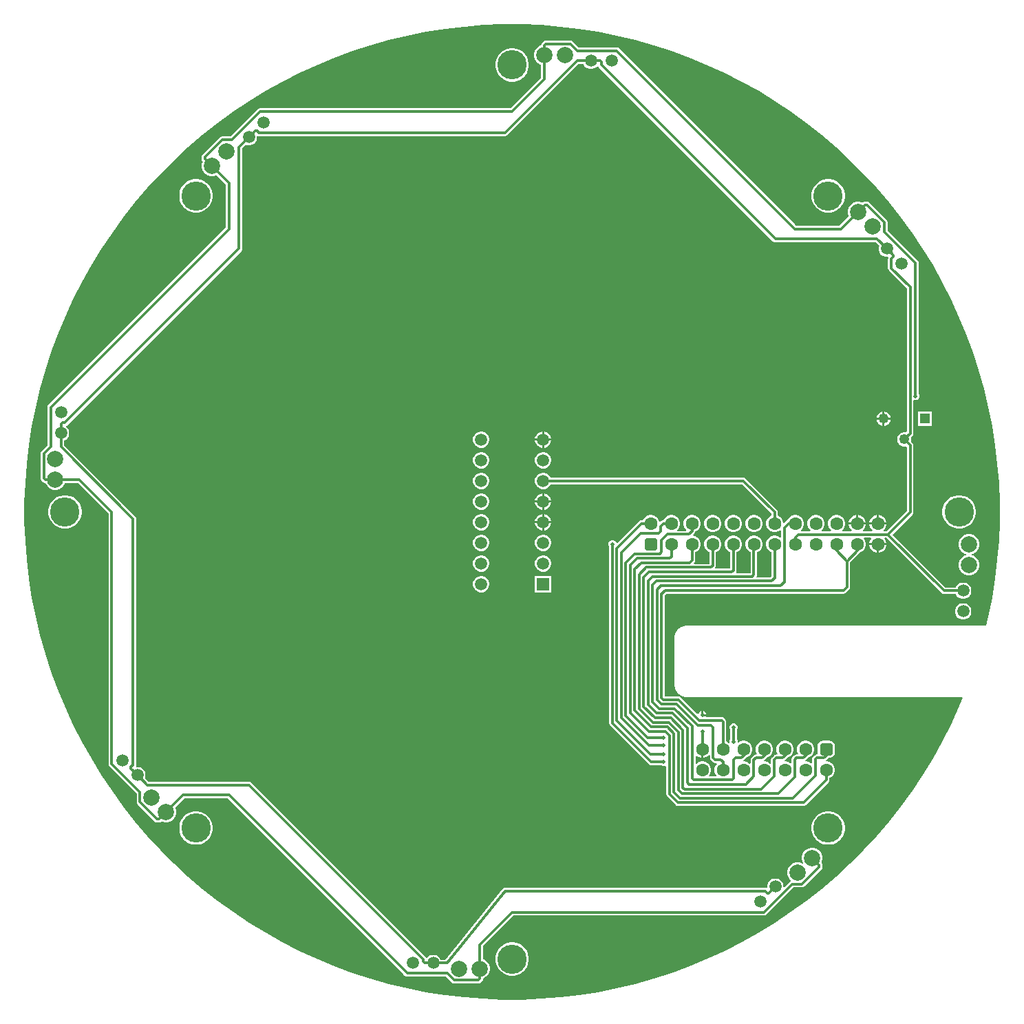
<source format=gbl>
G04*
G04 #@! TF.GenerationSoftware,Altium Limited,Altium Designer,24.7.2 (38)*
G04*
G04 Layer_Physical_Order=2*
G04 Layer_Color=16711680*
%FSLAX44Y44*%
%MOMM*%
G71*
G04*
G04 #@! TF.SameCoordinates,368DA5F4-0558-4B36-8F9D-AB2494F627D1*
G04*
G04*
G04 #@! TF.FilePolarity,Positive*
G04*
G01*
G75*
%ADD25C,2.0000*%
%ADD33C,0.3000*%
%ADD34C,1.5000*%
%ADD35C,3.6000*%
G04:AMPARAMS|DCode=36|XSize=1.6mm|YSize=1.6mm|CornerRadius=0.4mm|HoleSize=0mm|Usage=FLASHONLY|Rotation=180.000|XOffset=0mm|YOffset=0mm|HoleType=Round|Shape=RoundedRectangle|*
%AMROUNDEDRECTD36*
21,1,1.6000,0.8000,0,0,180.0*
21,1,0.8000,1.6000,0,0,180.0*
1,1,0.8000,-0.4000,0.4000*
1,1,0.8000,0.4000,0.4000*
1,1,0.8000,0.4000,-0.4000*
1,1,0.8000,-0.4000,-0.4000*
%
%ADD36ROUNDEDRECTD36*%
%ADD37C,1.6000*%
%ADD38C,1.2500*%
%ADD39R,1.2500X1.2500*%
%ADD40R,1.5000X1.5000*%
%ADD41C,0.5000*%
G36*
X35329Y599075D02*
X58822Y597226D01*
X82223Y594456D01*
X105498Y590770D01*
X128610Y586172D01*
X151524Y580671D01*
X174204Y574275D01*
X196616Y566993D01*
X218724Y558837D01*
X240496Y549819D01*
X261896Y539953D01*
X282893Y529255D01*
X303453Y517740D01*
X323545Y505428D01*
X343139Y492336D01*
X362203Y478485D01*
X380709Y463896D01*
X398628Y448591D01*
X415933Y432596D01*
X432596Y415933D01*
X448591Y398628D01*
X463896Y380709D01*
X478485Y362203D01*
X492336Y343139D01*
X505428Y323545D01*
X517740Y303453D01*
X529255Y282893D01*
X539953Y261896D01*
X549819Y240496D01*
X558837Y218724D01*
X566993Y196616D01*
X574275Y174204D01*
X580671Y151524D01*
X586172Y128610D01*
X590770Y105498D01*
X594456Y82223D01*
X597226Y58822D01*
X599075Y35329D01*
X600000Y11782D01*
Y-0D01*
Y-11782D01*
X599075Y-35329D01*
X597226Y-58822D01*
X594456Y-82223D01*
X590770Y-105498D01*
X586172Y-128610D01*
X583450Y-139951D01*
X215000Y-139951D01*
X215000Y-139951D01*
X213769D01*
X213523Y-140000D01*
X213272D01*
X210856Y-140480D01*
X210625Y-140577D01*
X210378Y-140626D01*
X208103Y-141568D01*
X207895Y-141707D01*
X207663Y-141803D01*
X205615Y-143171D01*
X205438Y-143349D01*
X205229Y-143488D01*
X204359Y-144359D01*
X204359Y-144359D01*
X203478Y-145240D01*
X203338Y-145449D01*
X203161Y-145626D01*
X201776Y-147698D01*
X201680Y-147930D01*
X201541Y-148139D01*
X200587Y-150441D01*
X200538Y-150687D01*
X200442Y-150919D01*
X199956Y-153363D01*
Y-153614D01*
X199907Y-153860D01*
Y-155106D01*
Y-212394D01*
Y-213578D01*
X199956Y-213824D01*
Y-214075D01*
X200418Y-216397D01*
X200514Y-216629D01*
X200563Y-216875D01*
X201469Y-219062D01*
X201608Y-219271D01*
X201705Y-219503D01*
X203020Y-221471D01*
X203197Y-221649D01*
X203337Y-221857D01*
X204806Y-223326D01*
X204806Y-223326D01*
X205632Y-224153D01*
X205841Y-224292D01*
X206018Y-224470D01*
X207962Y-225769D01*
X208194Y-225865D01*
X208403Y-226004D01*
X210563Y-226899D01*
X210809Y-226948D01*
X211041Y-227044D01*
X213334Y-227500D01*
X213585D01*
X213831Y-227549D01*
X215000D01*
X554038Y-227549D01*
X554744Y-228605D01*
X549819Y-240496D01*
X539953Y-261896D01*
X529255Y-282893D01*
X517740Y-303453D01*
X505428Y-323545D01*
X492336Y-343139D01*
X478485Y-362203D01*
X463896Y-380709D01*
X448591Y-398628D01*
X432595Y-415933D01*
X415933Y-432596D01*
X398628Y-448591D01*
X380709Y-463896D01*
X362203Y-478485D01*
X343139Y-492336D01*
X323545Y-505428D01*
X303453Y-517740D01*
X282892Y-529255D01*
X261896Y-539953D01*
X240496Y-549819D01*
X218724Y-558837D01*
X196616Y-566993D01*
X174204Y-574275D01*
X151524Y-580671D01*
X128610Y-586172D01*
X105498Y-590770D01*
X82223Y-594456D01*
X58822Y-597226D01*
X35329Y-599075D01*
X11782Y-600000D01*
X-0D01*
X-11783Y-600000D01*
X-35329Y-599075D01*
X-58822Y-597226D01*
X-82223Y-594456D01*
X-105498Y-590770D01*
X-128610Y-586172D01*
X-151524Y-580671D01*
X-174205Y-574275D01*
X-196616Y-566993D01*
X-218724Y-558837D01*
X-240496Y-549819D01*
X-261896Y-539953D01*
X-282893Y-529255D01*
X-303453Y-517741D01*
X-323545Y-505428D01*
X-343139Y-492336D01*
X-362203Y-478485D01*
X-380709Y-463896D01*
X-398628Y-448591D01*
X-415933Y-432596D01*
X-432596Y-415933D01*
X-448591Y-398628D01*
X-463896Y-380709D01*
X-478485Y-362203D01*
X-492336Y-343139D01*
X-505428Y-323545D01*
X-517740Y-303453D01*
X-529255Y-282893D01*
X-539953Y-261896D01*
X-549819Y-240496D01*
X-558837Y-218724D01*
X-566993Y-196616D01*
X-574275Y-174205D01*
X-580671Y-151524D01*
X-586172Y-128610D01*
X-590770Y-105498D01*
X-594456Y-82223D01*
X-597226Y-58822D01*
X-599075Y-35329D01*
X-600000Y-11783D01*
X-600000Y-0D01*
X-600000Y11782D01*
X-599075Y35329D01*
X-597226Y58822D01*
X-594456Y82223D01*
X-590770Y105498D01*
X-586173Y128610D01*
X-580671Y151524D01*
X-574275Y174204D01*
X-566993Y196616D01*
X-558837Y218724D01*
X-549819Y240496D01*
X-539953Y261896D01*
X-529255Y282892D01*
X-517741Y303453D01*
X-505428Y323545D01*
X-492336Y343139D01*
X-478485Y362203D01*
X-463896Y380709D01*
X-448591Y398628D01*
X-432596Y415933D01*
X-415933Y432595D01*
X-398628Y448591D01*
X-380709Y463896D01*
X-362203Y478485D01*
X-343139Y492336D01*
X-323545Y505428D01*
X-303453Y517740D01*
X-282893Y529255D01*
X-261896Y539953D01*
X-240496Y549819D01*
X-218724Y558837D01*
X-196616Y566993D01*
X-174204Y574275D01*
X-151524Y580671D01*
X-128610Y586172D01*
X-105498Y590770D01*
X-82223Y594456D01*
X-58822Y597226D01*
X-35329Y599075D01*
X-11782Y600000D01*
X-0Y600000D01*
X11782Y600000D01*
X35329Y599075D01*
D02*
G37*
%LPC*%
G36*
X2019Y570500D02*
X-2019D01*
X-5980Y569712D01*
X-9711Y568167D01*
X-13068Y565923D01*
X-15924Y563068D01*
X-18167Y559710D01*
X-19712Y555979D01*
X-20500Y552019D01*
Y547981D01*
X-19712Y544020D01*
X-18167Y540289D01*
X-15924Y536932D01*
X-13068Y534076D01*
X-9711Y531833D01*
X-5980Y530288D01*
X-2019Y529500D01*
X2019D01*
X5979Y530288D01*
X9710Y531833D01*
X13068Y534076D01*
X15923Y536932D01*
X18167Y540289D01*
X19712Y544020D01*
X20500Y547981D01*
Y552019D01*
X19712Y555979D01*
X18167Y559710D01*
X15923Y563068D01*
X13068Y565923D01*
X9710Y568167D01*
X5979Y569712D01*
X2019Y570500D01*
D02*
G37*
G36*
X390928Y409410D02*
X386890D01*
X382929Y408622D01*
X379198Y407077D01*
X375841Y404833D01*
X372985Y401978D01*
X370742Y398620D01*
X369197Y394890D01*
X368409Y390929D01*
Y386891D01*
X369197Y382930D01*
X370742Y379200D01*
X372985Y375842D01*
X375841Y372987D01*
X379198Y370743D01*
X382929Y369198D01*
X386890Y368410D01*
X390928D01*
X394888Y369198D01*
X398619Y370743D01*
X401977Y372987D01*
X404832Y375842D01*
X407076Y379200D01*
X408621Y382930D01*
X409409Y386891D01*
Y390929D01*
X408621Y394890D01*
X407076Y398620D01*
X404832Y401978D01*
X401977Y404833D01*
X398619Y407077D01*
X394888Y408622D01*
X390928Y409410D01*
D02*
G37*
G36*
X-386891D02*
X-390929D01*
X-394889Y408622D01*
X-398620Y407077D01*
X-401978Y404833D01*
X-404833Y401978D01*
X-407077Y398620D01*
X-408622Y394890D01*
X-409410Y390929D01*
Y386891D01*
X-408622Y382930D01*
X-407077Y379200D01*
X-404833Y375842D01*
X-401978Y372987D01*
X-398620Y370743D01*
X-394889Y369198D01*
X-390929Y368410D01*
X-386891D01*
X-382930Y369198D01*
X-379199Y370743D01*
X-375842Y372987D01*
X-372986Y375842D01*
X-370743Y379200D01*
X-369198Y382930D01*
X-368410Y386891D01*
Y390929D01*
X-369198Y394890D01*
X-370743Y398620D01*
X-372986Y401978D01*
X-375842Y404833D01*
X-379199Y407077D01*
X-382930Y408622D01*
X-386891Y409410D01*
D02*
G37*
G36*
X71500Y580078D02*
X71500Y580078D01*
X41557D01*
X39997Y579768D01*
X38673Y578884D01*
X38673Y578884D01*
X36916Y577126D01*
X36032Y575803D01*
X35722Y574243D01*
X35722Y574243D01*
Y573848D01*
X34975Y573648D01*
X32125Y572002D01*
X29798Y569675D01*
X28152Y566825D01*
X27300Y563646D01*
Y560354D01*
X28152Y557175D01*
X29798Y554325D01*
X32125Y551997D01*
X34975Y550352D01*
X35722Y550152D01*
Y533989D01*
X-1690Y496578D01*
X-310060D01*
X-310060Y496578D01*
X-311621Y496268D01*
X-312944Y495384D01*
X-346399Y461928D01*
X-356740D01*
X-358301Y461618D01*
X-359624Y460734D01*
X-359624Y460734D01*
X-380794Y439564D01*
X-381678Y438241D01*
X-381988Y436680D01*
X-381988Y436680D01*
Y434190D01*
X-381988Y434189D01*
X-381988Y434188D01*
X-381828Y433382D01*
X-381678Y432629D01*
X-381677Y432628D01*
X-381677Y432627D01*
X-381246Y431983D01*
X-380794Y431306D01*
X-380793Y431306D01*
X-380792Y431305D01*
X-380515Y431028D01*
X-380898Y430365D01*
X-381750Y427186D01*
Y423894D01*
X-380898Y420715D01*
X-379253Y417865D01*
X-376925Y415537D01*
X-374075Y413892D01*
X-370896Y413040D01*
X-367604D01*
X-364425Y413892D01*
X-363756Y414278D01*
X-352328Y402851D01*
Y349939D01*
X-570383Y131884D01*
X-570384Y131884D01*
X-571268Y130561D01*
X-571579Y129000D01*
Y81690D01*
X-578884Y74384D01*
X-578884Y74384D01*
X-579768Y73061D01*
X-579768Y73060D01*
X-579768Y73060D01*
X-580078Y71500D01*
X-580078Y71500D01*
Y41560D01*
X-580078Y41560D01*
X-580078Y41559D01*
X-579912Y40722D01*
X-579768Y39999D01*
X-579768Y39999D01*
X-579768Y39999D01*
X-579375Y39412D01*
X-578884Y38676D01*
X-578884Y38676D01*
X-578884Y38676D01*
X-577124Y36916D01*
X-577124Y36916D01*
X-577124Y36916D01*
X-577123Y36916D01*
X-576529Y36519D01*
X-575801Y36032D01*
X-575800Y36032D01*
X-575800Y36032D01*
X-574920Y35857D01*
X-574240Y35722D01*
X-574239D01*
X-574239Y35722D01*
X-574239Y35722D01*
X-573848D01*
X-573648Y34975D01*
X-572003Y32125D01*
X-569675Y29798D01*
X-566825Y28152D01*
X-563646Y27300D01*
X-560354D01*
X-557175Y28152D01*
X-554325Y29798D01*
X-551998Y32125D01*
X-550352Y34975D01*
X-550152Y35722D01*
X-533989D01*
X-496578Y-1690D01*
Y-310060D01*
X-496578Y-310060D01*
X-496268Y-311621D01*
X-495384Y-312944D01*
X-461928Y-346399D01*
Y-356740D01*
X-461928Y-356740D01*
X-461618Y-358301D01*
X-460734Y-359624D01*
X-439564Y-380794D01*
X-439564Y-380794D01*
X-438241Y-381678D01*
X-436680Y-381988D01*
X-434190D01*
X-434189Y-381988D01*
X-434187Y-381988D01*
X-433387Y-381829D01*
X-432629Y-381678D01*
X-432628Y-381677D01*
X-432627Y-381677D01*
X-431977Y-381242D01*
X-431306Y-380794D01*
X-431305Y-380793D01*
X-431304Y-380792D01*
X-431028Y-380515D01*
X-430364Y-380898D01*
X-427185Y-381750D01*
X-423894D01*
X-420715Y-380898D01*
X-417864Y-379253D01*
X-415537Y-376925D01*
X-413891Y-374075D01*
X-413040Y-370896D01*
Y-367604D01*
X-413891Y-364425D01*
X-414278Y-363756D01*
X-402851Y-352328D01*
X-349939D01*
X-131884Y-570384D01*
X-131884Y-570384D01*
X-130561Y-571268D01*
X-129000Y-571578D01*
X-81689D01*
X-74384Y-578884D01*
X-74384Y-578884D01*
X-73061Y-579768D01*
X-71500Y-580078D01*
X-41560D01*
X-41560Y-580078D01*
X-39999Y-579768D01*
X-38676Y-578884D01*
X-36916Y-577124D01*
X-36032Y-575801D01*
X-35722Y-574240D01*
X-35722Y-574240D01*
Y-573848D01*
X-34975Y-573648D01*
X-32125Y-572002D01*
X-29797Y-569675D01*
X-28152Y-566825D01*
X-27300Y-563646D01*
Y-560354D01*
X-28152Y-557175D01*
X-29797Y-554325D01*
X-32125Y-551997D01*
X-34975Y-550352D01*
X-35722Y-550152D01*
Y-533989D01*
X1689Y-496578D01*
X310060D01*
X310060Y-496578D01*
X311621Y-496268D01*
X312944Y-495384D01*
X312944Y-495384D01*
X346399Y-461928D01*
X356740D01*
X356740Y-461928D01*
X358301Y-461618D01*
X359624Y-460734D01*
X380794Y-439564D01*
X380794Y-439564D01*
X381678Y-438241D01*
X381988Y-436680D01*
Y-434190D01*
X381988Y-434188D01*
X381988Y-434187D01*
X381833Y-433407D01*
X381678Y-432629D01*
X381677Y-432628D01*
X381677Y-432627D01*
X381242Y-431977D01*
X380794Y-431306D01*
X380793Y-431305D01*
X380792Y-431304D01*
X380515Y-431028D01*
X380898Y-430364D01*
X381750Y-427185D01*
Y-423894D01*
X380898Y-420715D01*
X379253Y-417864D01*
X376925Y-415537D01*
X374075Y-413891D01*
X370896Y-413040D01*
X367605D01*
X364425Y-413891D01*
X361575Y-415537D01*
X359248Y-417864D01*
X357602Y-420715D01*
X356750Y-423894D01*
Y-427185D01*
X357602Y-430364D01*
X358364Y-431684D01*
X357435Y-432614D01*
X356115Y-431852D01*
X352936Y-431000D01*
X349644D01*
X346465Y-431852D01*
X343615Y-433498D01*
X341287Y-435825D01*
X339642Y-438675D01*
X338790Y-441855D01*
Y-445146D01*
X339642Y-448325D01*
X341287Y-451175D01*
X342940Y-452828D01*
X342984Y-453088D01*
X342699Y-454383D01*
X341826Y-454966D01*
X341826Y-454966D01*
X335120Y-461672D01*
X333850Y-461146D01*
Y-459713D01*
X333168Y-457170D01*
X331852Y-454890D01*
X329990Y-453028D01*
X327710Y-451711D01*
X325166Y-451030D01*
X322533D01*
X319990Y-451711D01*
X317710Y-453028D01*
X315848Y-454890D01*
X314531Y-457170D01*
X313850Y-459713D01*
Y-461819D01*
X313446Y-462198D01*
X312803Y-462618D01*
X312642Y-462660D01*
X311340Y-462401D01*
X311340Y-462401D01*
X-8490D01*
X-8704Y-462444D01*
X-8920Y-462424D01*
X-9476Y-462598D01*
X-10051Y-462712D01*
X-10232Y-462833D01*
X-10439Y-462898D01*
X-10887Y-463271D01*
X-11374Y-463596D01*
X-11495Y-463777D01*
X-11662Y-463917D01*
X-81978Y-550922D01*
X-87807D01*
X-88998Y-548860D01*
X-90860Y-546998D01*
X-93140Y-545681D01*
X-95683Y-545000D01*
X-98316D01*
X-100860Y-545681D01*
X-103140Y-546998D01*
X-104628Y-548486D01*
X-104711Y-548500D01*
X-105126Y-548479D01*
X-105918Y-548311D01*
X-106084Y-548211D01*
X-106816Y-547116D01*
X-106816Y-547116D01*
X-320966Y-332966D01*
X-322289Y-332082D01*
X-323850Y-331772D01*
X-323850Y-331772D01*
X-447341D01*
X-451646Y-327466D01*
X-451030Y-325167D01*
Y-322534D01*
X-451712Y-319990D01*
X-453028Y-317710D01*
X-454890Y-315848D01*
X-457170Y-314532D01*
X-459714Y-313850D01*
X-461819D01*
X-462199Y-313447D01*
X-462608Y-312819D01*
X-462657Y-312626D01*
X-462402Y-311340D01*
Y-8490D01*
X-462712Y-6929D01*
X-463596Y-5606D01*
X-463597Y-5605D01*
X-550922Y81719D01*
Y87808D01*
X-548860Y88998D01*
X-546998Y90860D01*
X-545681Y93140D01*
X-545000Y95683D01*
Y98316D01*
X-545681Y100860D01*
X-546998Y103140D01*
X-548486Y104628D01*
X-548500Y104712D01*
X-548479Y105127D01*
X-548311Y105918D01*
X-548211Y106084D01*
X-547116Y106816D01*
X-332966Y320966D01*
X-332966Y320966D01*
X-332082Y322289D01*
X-331772Y323850D01*
X-331772Y323850D01*
Y447341D01*
X-327466Y451646D01*
X-325167Y451030D01*
X-322534D01*
X-319990Y451712D01*
X-317710Y453028D01*
X-315848Y454890D01*
X-314532Y457170D01*
X-313850Y459714D01*
Y461819D01*
X-313447Y462198D01*
X-312819Y462608D01*
X-312626Y462657D01*
X-312096Y462552D01*
X-311341Y462402D01*
X-311340Y462402D01*
X-311340Y462402D01*
X-8490D01*
X-8490Y462402D01*
X-6929Y462712D01*
X-5606Y463596D01*
X81719Y550922D01*
X87808D01*
X88998Y548860D01*
X90860Y546998D01*
X93140Y545682D01*
X95683Y545000D01*
X98316D01*
X100860Y545682D01*
X103140Y546998D01*
X104628Y548486D01*
X105191Y548466D01*
X105918Y548311D01*
X106084Y548211D01*
X106816Y547116D01*
X320966Y332966D01*
X322289Y332082D01*
X323850Y331772D01*
X323850Y331772D01*
X447341D01*
X451648Y327464D01*
X451034Y325172D01*
Y322538D01*
X451715Y319995D01*
X453032Y317715D01*
X454894Y315853D01*
X457174Y314536D01*
X459717Y313855D01*
X461822D01*
X462206Y313443D01*
X462617Y312810D01*
X462660Y312642D01*
X462402Y311340D01*
X462402Y311340D01*
Y300000D01*
X462402Y300000D01*
X462712Y298439D01*
X463596Y297116D01*
X463596Y297116D01*
X485662Y275051D01*
Y98658D01*
X484568Y97755D01*
X483652Y98000D01*
X481348D01*
X479123Y97404D01*
X477128Y96252D01*
X475499Y94622D01*
X474347Y92627D01*
X473750Y90402D01*
Y88098D01*
X474347Y85872D01*
X475499Y83877D01*
X477128Y82248D01*
X479123Y81096D01*
X481348Y80500D01*
X483652D01*
X484568Y80745D01*
X485662Y79842D01*
Y1490D01*
X460551Y-23621D01*
X457380D01*
X456854Y-22352D01*
X458434Y-20772D01*
X459822Y-18368D01*
X460540Y-15687D01*
Y-15570D01*
X439460D01*
Y-15687D01*
X440178Y-18368D01*
X441566Y-20772D01*
X443146Y-22352D01*
X442620Y-23621D01*
X431980D01*
X431454Y-22352D01*
X433034Y-20772D01*
X434422Y-18368D01*
X435140Y-15687D01*
Y-15570D01*
X414060D01*
Y-15687D01*
X414778Y-18368D01*
X416166Y-20772D01*
X417746Y-22352D01*
X417220Y-23621D01*
X406493D01*
X405997Y-22352D01*
X407602Y-20747D01*
X408984Y-18353D01*
X409700Y-15682D01*
Y-12917D01*
X408984Y-10247D01*
X407602Y-7853D01*
X405647Y-5898D01*
X403253Y-4515D01*
X400582Y-3800D01*
X397818D01*
X395147Y-4515D01*
X392753Y-5898D01*
X390798Y-7853D01*
X389416Y-10247D01*
X388700Y-12917D01*
Y-15682D01*
X389416Y-18353D01*
X390798Y-20747D01*
X392402Y-22352D01*
X391907Y-23621D01*
X381093D01*
X380597Y-22352D01*
X382202Y-20747D01*
X383584Y-18353D01*
X384300Y-15682D01*
Y-12917D01*
X383584Y-10247D01*
X382202Y-7853D01*
X380247Y-5898D01*
X377853Y-4515D01*
X375182Y-3800D01*
X372418D01*
X369747Y-4515D01*
X367353Y-5898D01*
X365398Y-7853D01*
X364016Y-10247D01*
X363300Y-12917D01*
Y-15682D01*
X364016Y-18353D01*
X365398Y-20747D01*
X367002Y-22352D01*
X366507Y-23621D01*
X355693D01*
X355197Y-22352D01*
X356802Y-20747D01*
X358184Y-18353D01*
X358900Y-15682D01*
Y-12917D01*
X358184Y-10247D01*
X356802Y-7853D01*
X354847Y-5898D01*
X352453Y-4515D01*
X349782Y-3800D01*
X347018D01*
X344347Y-4515D01*
X341953Y-5898D01*
X339998Y-7853D01*
X338615Y-10247D01*
X338545Y-10511D01*
X338439Y-10532D01*
X337116Y-11416D01*
X334673Y-13859D01*
X333500Y-13373D01*
Y-12917D01*
X332784Y-10247D01*
X331402Y-7853D01*
X329447Y-5898D01*
X327078Y-4530D01*
Y-500D01*
X327078Y-500D01*
X326768Y1061D01*
X325884Y2384D01*
X287284Y40984D01*
X285961Y41868D01*
X284400Y42178D01*
X284400Y42178D01*
X47292D01*
X46102Y44240D01*
X44240Y46102D01*
X41960Y47418D01*
X39416Y48100D01*
X36783D01*
X34240Y47418D01*
X31960Y46102D01*
X30098Y44240D01*
X28781Y41960D01*
X28100Y39416D01*
Y36783D01*
X28781Y34240D01*
X30098Y31960D01*
X31960Y30098D01*
X34240Y28781D01*
X36783Y28100D01*
X39416D01*
X41960Y28781D01*
X44240Y30098D01*
X46102Y31960D01*
X47292Y34021D01*
X282711D01*
X318922Y-2189D01*
Y-4530D01*
X316553Y-5898D01*
X314598Y-7853D01*
X313216Y-10247D01*
X312500Y-12917D01*
Y-15682D01*
X313216Y-18353D01*
X314598Y-20747D01*
X316553Y-22702D01*
X318947Y-24084D01*
X321618Y-24800D01*
X324382D01*
X327053Y-24084D01*
X329447Y-22702D01*
X329748Y-22401D01*
X330922Y-22887D01*
Y-31113D01*
X329748Y-31599D01*
X329447Y-31298D01*
X327053Y-29915D01*
X324382Y-29200D01*
X321618D01*
X318947Y-29915D01*
X316553Y-31298D01*
X314598Y-33253D01*
X313216Y-35647D01*
X312500Y-38317D01*
Y-41082D01*
X313216Y-43753D01*
X314598Y-46147D01*
X316553Y-48102D01*
X318922Y-49469D01*
Y-79311D01*
X317311Y-80922D01*
X301552D01*
X300873Y-79652D01*
X301268Y-79061D01*
X301578Y-77500D01*
X301578Y-77500D01*
Y-55000D01*
X301578Y-55000D01*
Y-49504D01*
X301653Y-49484D01*
X304047Y-48102D01*
X306002Y-46147D01*
X307384Y-43753D01*
X308100Y-41082D01*
Y-38317D01*
X307384Y-35647D01*
X306002Y-33253D01*
X304047Y-31298D01*
X301653Y-29915D01*
X298982Y-29200D01*
X296218D01*
X293547Y-29915D01*
X291153Y-31298D01*
X289198Y-33253D01*
X287815Y-35647D01*
X287100Y-38317D01*
Y-41082D01*
X287815Y-43753D01*
X289198Y-46147D01*
X291153Y-48102D01*
X293421Y-49412D01*
Y-55000D01*
X293421Y-55000D01*
X293422Y-55001D01*
Y-75422D01*
X276252D01*
X275573Y-74152D01*
X275968Y-73561D01*
X276278Y-72000D01*
Y-49469D01*
X278647Y-48102D01*
X280602Y-46147D01*
X281984Y-43753D01*
X282700Y-41082D01*
Y-38317D01*
X281984Y-35647D01*
X280602Y-33253D01*
X278647Y-31298D01*
X276253Y-29915D01*
X273582Y-29200D01*
X270818D01*
X268147Y-29915D01*
X265753Y-31298D01*
X263798Y-33253D01*
X262416Y-35647D01*
X261700Y-38317D01*
Y-41082D01*
X262416Y-43753D01*
X263798Y-46147D01*
X265753Y-48102D01*
X268122Y-49469D01*
Y-69922D01*
X250048D01*
X249562Y-68748D01*
X249684Y-68626D01*
X249684Y-68626D01*
X250568Y-67303D01*
X250878Y-65743D01*
Y-49469D01*
X253247Y-48102D01*
X255202Y-46147D01*
X256584Y-43753D01*
X257300Y-41082D01*
Y-38317D01*
X256584Y-35647D01*
X255202Y-33253D01*
X253247Y-31298D01*
X250853Y-29915D01*
X248182Y-29200D01*
X245418D01*
X242747Y-29915D01*
X240353Y-31298D01*
X238398Y-33253D01*
X237015Y-35647D01*
X236300Y-38317D01*
Y-41082D01*
X237015Y-43753D01*
X238398Y-46147D01*
X240353Y-48102D01*
X242722Y-49469D01*
Y-64053D01*
X242653Y-64121D01*
X224306D01*
X223820Y-62948D01*
X224284Y-62484D01*
X225168Y-61161D01*
X225478Y-59600D01*
X225478Y-59600D01*
Y-49469D01*
X227847Y-48102D01*
X229802Y-46147D01*
X231184Y-43753D01*
X231900Y-41082D01*
Y-38317D01*
X231184Y-35647D01*
X229802Y-33253D01*
X227847Y-31298D01*
X225453Y-29915D01*
X223241Y-29323D01*
X222747Y-28021D01*
X224284Y-26483D01*
X224694Y-25869D01*
X225168Y-25161D01*
X225168Y-25160D01*
X225168Y-25160D01*
X225324Y-24376D01*
X225378Y-24104D01*
X225453Y-24084D01*
X227847Y-22702D01*
X229802Y-20747D01*
X231184Y-18353D01*
X231900Y-15682D01*
Y-12917D01*
X231184Y-10247D01*
X229802Y-7853D01*
X227847Y-5898D01*
X225453Y-4515D01*
X222782Y-3800D01*
X220018D01*
X217347Y-4515D01*
X214953Y-5898D01*
X212998Y-7853D01*
X211616Y-10247D01*
X210900Y-12917D01*
Y-15682D01*
X211616Y-18353D01*
X212998Y-20747D01*
X214403Y-22152D01*
X213877Y-23422D01*
X203523D01*
X202997Y-22152D01*
X204402Y-20747D01*
X205784Y-18353D01*
X206500Y-15682D01*
Y-12917D01*
X205784Y-10247D01*
X204402Y-7853D01*
X202447Y-5898D01*
X200053Y-4515D01*
X197382Y-3800D01*
X194618D01*
X191947Y-4515D01*
X189553Y-5898D01*
X187598Y-7853D01*
X186230Y-10221D01*
X185800D01*
X185800Y-10222D01*
X185800Y-10221D01*
X184763Y-10428D01*
X184239Y-10532D01*
X184239Y-10532D01*
X184239Y-10532D01*
X183606Y-10955D01*
X182916Y-11416D01*
X182916Y-11416D01*
X182916Y-11416D01*
X182203Y-12129D01*
X180787Y-11749D01*
X180384Y-10247D01*
X179002Y-7853D01*
X177047Y-5898D01*
X174653Y-4515D01*
X171982Y-3800D01*
X169218D01*
X166547Y-4515D01*
X164153Y-5898D01*
X162198Y-7853D01*
X160830Y-10221D01*
X159500D01*
X157939Y-10532D01*
X156616Y-11416D01*
X156616Y-11416D01*
X140317Y-27715D01*
X140016Y-27916D01*
X140016Y-27916D01*
X129673Y-38259D01*
X128187Y-37949D01*
X127739Y-36867D01*
X126332Y-35461D01*
X124495Y-34700D01*
X122505D01*
X120668Y-35461D01*
X119261Y-36867D01*
X118500Y-38705D01*
Y-40694D01*
X119261Y-42532D01*
X119422Y-42692D01*
Y-260000D01*
X119422Y-260000D01*
X119732Y-261561D01*
X120616Y-262884D01*
X168116Y-310384D01*
X168116Y-310384D01*
X169439Y-311268D01*
X171000Y-311579D01*
X183514D01*
X183674Y-311739D01*
X185512Y-312500D01*
X187501D01*
X188451Y-312106D01*
X189722Y-312955D01*
Y-347100D01*
X189722Y-347100D01*
X190032Y-348661D01*
X190916Y-349984D01*
X201316Y-360384D01*
X201316Y-360384D01*
X202639Y-361268D01*
X204200Y-361578D01*
X358600D01*
X358600Y-361578D01*
X360161Y-361268D01*
X361484Y-360384D01*
X389384Y-332484D01*
X389384Y-332484D01*
X390268Y-331161D01*
X390578Y-329600D01*
Y-327270D01*
X392947Y-325902D01*
X394902Y-323947D01*
X396284Y-321553D01*
X397000Y-318882D01*
Y-316118D01*
X396284Y-313447D01*
X394902Y-311053D01*
X392947Y-309098D01*
X390553Y-307716D01*
X387882Y-307000D01*
X386551D01*
X386165Y-305730D01*
X386684Y-305384D01*
X389384Y-302684D01*
X389402Y-302656D01*
X390500D01*
X392197Y-302433D01*
X393778Y-301778D01*
X395136Y-300736D01*
X396178Y-299378D01*
X396833Y-297797D01*
X397056Y-296100D01*
Y-288100D01*
X396833Y-286403D01*
X396178Y-284822D01*
X395136Y-283464D01*
X393778Y-282422D01*
X392197Y-281767D01*
X390500Y-281544D01*
X382500D01*
X380803Y-281767D01*
X379222Y-282422D01*
X377864Y-283464D01*
X376822Y-284822D01*
X376167Y-286403D01*
X375944Y-288100D01*
Y-296100D01*
X376082Y-297152D01*
X375173Y-298421D01*
X375000D01*
X373439Y-298732D01*
X372116Y-299616D01*
X372116Y-299616D01*
X370216Y-301516D01*
X369332Y-302839D01*
X369021Y-304400D01*
X369021Y-304400D01*
Y-308913D01*
X367848Y-309399D01*
X367547Y-309098D01*
X365153Y-307716D01*
X362482Y-307000D01*
X361151D01*
X360765Y-305730D01*
X361284Y-305384D01*
X363984Y-302684D01*
X364379Y-302092D01*
X365153Y-301884D01*
X367547Y-300502D01*
X369502Y-298547D01*
X370884Y-296153D01*
X371600Y-293482D01*
Y-290718D01*
X370884Y-288047D01*
X369502Y-285653D01*
X367547Y-283698D01*
X365153Y-282316D01*
X362482Y-281600D01*
X359718D01*
X357047Y-282316D01*
X354653Y-283698D01*
X352698Y-285653D01*
X351315Y-288047D01*
X350600Y-290718D01*
Y-293482D01*
X351315Y-296153D01*
X351990Y-297322D01*
X351355Y-298421D01*
X349800D01*
X349800Y-298422D01*
X349799Y-298421D01*
X348948Y-298591D01*
X348239Y-298732D01*
X348239Y-298732D01*
X348239Y-298732D01*
X347676Y-299108D01*
X346916Y-299616D01*
X346916Y-299616D01*
X346916Y-299616D01*
X344617Y-301916D01*
X344616Y-301916D01*
X344616Y-301916D01*
X344616Y-301917D01*
X344234Y-302488D01*
X343732Y-303239D01*
X343732Y-303240D01*
X343732Y-303240D01*
X343551Y-304151D01*
X343422Y-304800D01*
Y-304800D01*
X343422Y-304801D01*
X343422Y-304801D01*
Y-308713D01*
X342249Y-309200D01*
X342147Y-309098D01*
X339753Y-307716D01*
X337082Y-307000D01*
X335751D01*
X335365Y-305730D01*
X335884Y-305384D01*
X338584Y-302684D01*
X338979Y-302092D01*
X339753Y-301884D01*
X342147Y-300502D01*
X344102Y-298547D01*
X345484Y-296153D01*
X346200Y-293482D01*
Y-290718D01*
X345484Y-288047D01*
X344102Y-285653D01*
X342147Y-283698D01*
X339753Y-282316D01*
X337082Y-281600D01*
X334318D01*
X331647Y-282316D01*
X329253Y-283698D01*
X327298Y-285653D01*
X325915Y-288047D01*
X325200Y-290718D01*
Y-293482D01*
X325915Y-296153D01*
X326590Y-297322D01*
X325955Y-298421D01*
X325000D01*
X325000Y-298422D01*
X325000Y-298421D01*
X324093Y-298602D01*
X323439Y-298732D01*
X323439Y-298732D01*
X323439Y-298732D01*
X322825Y-299142D01*
X322116Y-299616D01*
X322116Y-299616D01*
X322116Y-299616D01*
X319616Y-302116D01*
X319616Y-302116D01*
X319616Y-302117D01*
X319616Y-302117D01*
X319272Y-302631D01*
X318732Y-303440D01*
X318732Y-303440D01*
X318732Y-303440D01*
X318557Y-304319D01*
X318422Y-305000D01*
Y-305000D01*
X318422Y-305001D01*
X318422Y-305001D01*
Y-309113D01*
X317248Y-309599D01*
X316747Y-309098D01*
X314353Y-307716D01*
X311682Y-307000D01*
X310351D01*
X309965Y-305730D01*
X310484Y-305384D01*
X313184Y-302684D01*
X313579Y-302092D01*
X314353Y-301884D01*
X316747Y-300502D01*
X318702Y-298547D01*
X320084Y-296153D01*
X320800Y-293482D01*
Y-290718D01*
X320084Y-288047D01*
X318702Y-285653D01*
X316747Y-283698D01*
X314353Y-282316D01*
X311682Y-281600D01*
X308918D01*
X306247Y-282316D01*
X303853Y-283698D01*
X301898Y-285653D01*
X300515Y-288047D01*
X299800Y-290718D01*
Y-293482D01*
X300515Y-296153D01*
X301190Y-297322D01*
X300555Y-298421D01*
X300078D01*
X300078Y-298421D01*
X298517Y-298732D01*
X297194Y-299616D01*
X297194Y-299616D01*
X294616Y-302194D01*
X293732Y-303517D01*
X293421Y-305078D01*
X293421Y-305078D01*
Y-309376D01*
X292152Y-309902D01*
X291347Y-309098D01*
X288953Y-307716D01*
X286282Y-307000D01*
X284951D01*
X284565Y-305730D01*
X285084Y-305384D01*
X287784Y-302684D01*
X288179Y-302092D01*
X288953Y-301884D01*
X291347Y-300502D01*
X293302Y-298547D01*
X294684Y-296153D01*
X295400Y-293482D01*
Y-290718D01*
X294684Y-288047D01*
X293302Y-285653D01*
X291347Y-283698D01*
X288953Y-282316D01*
X286282Y-281600D01*
X283518D01*
X280847Y-282316D01*
X278759Y-283521D01*
X277828Y-283145D01*
X277500Y-282855D01*
Y-281505D01*
X276739Y-279668D01*
X276579Y-279507D01*
Y-267993D01*
X276739Y-267832D01*
X277500Y-265994D01*
Y-264005D01*
X276739Y-262167D01*
X275332Y-260761D01*
X273495Y-260000D01*
X271506D01*
X269668Y-260761D01*
X268261Y-262167D01*
X267500Y-264005D01*
Y-265994D01*
X268261Y-267832D01*
X268422Y-267993D01*
Y-279507D01*
X268261Y-279668D01*
X267500Y-281505D01*
Y-283455D01*
X267387Y-283561D01*
X266396Y-284147D01*
X265947Y-283698D01*
X263578Y-282330D01*
Y-258282D01*
X263578Y-258282D01*
X263268Y-256721D01*
X262384Y-255398D01*
X262384Y-255398D01*
X260626Y-253641D01*
X259303Y-252757D01*
X257743Y-252446D01*
X257742Y-252446D01*
X239685D01*
X238979Y-251390D01*
X239029Y-251270D01*
X234100D01*
Y-250000D01*
X232830D01*
Y-245071D01*
X231245Y-245727D01*
X229827Y-247145D01*
X229443Y-248072D01*
X227945Y-248370D01*
X207691Y-228116D01*
X206368Y-227232D01*
X204808Y-226922D01*
X204807Y-226922D01*
X188196D01*
X188078Y-226804D01*
Y-102689D01*
X190189Y-100578D01*
X407900D01*
X407900Y-100578D01*
X409461Y-100268D01*
X410784Y-99384D01*
X414784Y-95384D01*
X414784Y-95384D01*
X415668Y-94061D01*
X415978Y-92500D01*
Y-62435D01*
X427550Y-50317D01*
X427953Y-49682D01*
X427961Y-49669D01*
X428653Y-49484D01*
X431047Y-48102D01*
X433002Y-46147D01*
X434384Y-43753D01*
X435100Y-41082D01*
Y-38317D01*
X434384Y-35647D01*
X433002Y-33253D01*
X432701Y-32952D01*
X433187Y-31778D01*
X441356D01*
X441842Y-32952D01*
X441566Y-33228D01*
X440178Y-35631D01*
X439460Y-38312D01*
Y-38430D01*
X460540D01*
Y-38312D01*
X459822Y-35631D01*
X458434Y-33228D01*
X458157Y-32952D01*
X458643Y-31778D01*
X460551D01*
X528657Y-99884D01*
X528657Y-99884D01*
X529980Y-100768D01*
X531540Y-101079D01*
X531541Y-101079D01*
X545808D01*
X546998Y-103140D01*
X548860Y-105002D01*
X551140Y-106319D01*
X553683Y-107000D01*
X556316D01*
X558860Y-106319D01*
X561140Y-105002D01*
X563002Y-103140D01*
X564319Y-100860D01*
X565000Y-98317D01*
Y-95684D01*
X564319Y-93140D01*
X563002Y-90860D01*
X561140Y-88998D01*
X558860Y-87682D01*
X556316Y-87000D01*
X553683D01*
X551140Y-87682D01*
X548860Y-88998D01*
X546998Y-90860D01*
X545808Y-92922D01*
X533230D01*
X468008Y-27700D01*
X492624Y-3084D01*
X492624Y-3084D01*
X493508Y-1761D01*
X493819Y-200D01*
X493819Y-200D01*
Y82010D01*
X493508Y83571D01*
X492624Y84894D01*
X492624Y84894D01*
X490863Y86654D01*
X491250Y88098D01*
Y90402D01*
X490863Y91846D01*
X492624Y93606D01*
X492624Y93606D01*
X493508Y94929D01*
X493819Y96490D01*
Y136948D01*
X494875Y137654D01*
X495246Y137500D01*
X497235D01*
X499072Y138261D01*
X500479Y139668D01*
X501240Y141505D01*
Y143495D01*
X500479Y145332D01*
X500318Y145493D01*
Y306320D01*
X500318Y306320D01*
X500008Y307881D01*
X499124Y309204D01*
X499124Y309204D01*
X461928Y346399D01*
Y356740D01*
X461928Y356740D01*
X461618Y358301D01*
X460734Y359624D01*
X460734Y359624D01*
X439564Y380794D01*
X439564Y380794D01*
X438241Y381678D01*
X437672Y381791D01*
X436680Y381989D01*
X436680Y381989D01*
X434190D01*
X434189Y381988D01*
X434187Y381989D01*
X433411Y381834D01*
X432629Y381678D01*
X432628Y381677D01*
X432627Y381677D01*
X431986Y381248D01*
X431306Y380794D01*
X431305Y380793D01*
X431304Y380792D01*
X431027Y380515D01*
X430362Y380900D01*
X427182Y381751D01*
X423891D01*
X420712Y380900D01*
X417862Y379254D01*
X415534Y376927D01*
X413889Y374076D01*
X413037Y370897D01*
Y367606D01*
X413889Y364427D01*
X414276Y363756D01*
X402850Y352328D01*
X349939D01*
X131884Y570384D01*
X130561Y571268D01*
X129000Y571578D01*
X128999Y571578D01*
X81689D01*
X74384Y578884D01*
X73061Y579768D01*
X72802Y579819D01*
X71500Y580078D01*
D02*
G37*
G36*
X458370Y123410D02*
Y115920D01*
X465860D01*
X465291Y118043D01*
X464134Y120047D01*
X462497Y121684D01*
X460493Y122841D01*
X458370Y123410D01*
D02*
G37*
G36*
X455830D02*
X453707Y122841D01*
X451703Y121684D01*
X450066Y120047D01*
X448909Y118043D01*
X448340Y115920D01*
X455830D01*
Y123410D01*
D02*
G37*
G36*
X516650Y123400D02*
X499150D01*
Y105900D01*
X516650D01*
Y123400D01*
D02*
G37*
G36*
X465860Y113380D02*
X458370D01*
Y105890D01*
X460493Y106459D01*
X462497Y107616D01*
X464134Y109253D01*
X465291Y111257D01*
X465860Y113380D01*
D02*
G37*
G36*
X455830D02*
X448340D01*
X448909Y111257D01*
X450066Y109253D01*
X451703Y107616D01*
X453707Y106459D01*
X455830Y105890D01*
Y113380D01*
D02*
G37*
G36*
X39422Y98940D02*
X39370D01*
Y90170D01*
X48140D01*
Y90222D01*
X47456Y92775D01*
X46134Y95065D01*
X44264Y96934D01*
X41975Y98256D01*
X39422Y98940D01*
D02*
G37*
G36*
X36830D02*
X36778D01*
X34225Y98256D01*
X31935Y96934D01*
X30066Y95065D01*
X28744Y92775D01*
X28060Y90222D01*
Y90170D01*
X36830D01*
Y98940D01*
D02*
G37*
G36*
X-36784Y98900D02*
X-39417D01*
X-41960Y98218D01*
X-44240Y96902D01*
X-46102Y95040D01*
X-47419Y92760D01*
X-48100Y90216D01*
Y87583D01*
X-47419Y85040D01*
X-46102Y82760D01*
X-44240Y80898D01*
X-41960Y79581D01*
X-39417Y78900D01*
X-36784D01*
X-34240Y79581D01*
X-31960Y80898D01*
X-30098Y82760D01*
X-28782Y85040D01*
X-28100Y87583D01*
Y90216D01*
X-28782Y92760D01*
X-30098Y95040D01*
X-31960Y96902D01*
X-34240Y98218D01*
X-36784Y98900D01*
D02*
G37*
G36*
X48140Y87630D02*
X39370D01*
Y78860D01*
X39422D01*
X41975Y79544D01*
X44264Y80866D01*
X46134Y82735D01*
X47456Y85025D01*
X48140Y87578D01*
Y87630D01*
D02*
G37*
G36*
X36830D02*
X28060D01*
Y87578D01*
X28744Y85025D01*
X30066Y82735D01*
X31935Y80866D01*
X34225Y79544D01*
X36778Y78860D01*
X36830D01*
Y87630D01*
D02*
G37*
G36*
X39416Y73500D02*
X36783D01*
X34240Y72818D01*
X31960Y71502D01*
X30098Y69640D01*
X28781Y67360D01*
X28100Y64816D01*
Y62183D01*
X28781Y59640D01*
X30098Y57360D01*
X31960Y55498D01*
X34240Y54181D01*
X36783Y53500D01*
X39416D01*
X41960Y54181D01*
X44240Y55498D01*
X46102Y57360D01*
X47418Y59640D01*
X48100Y62183D01*
Y64816D01*
X47418Y67360D01*
X46102Y69640D01*
X44240Y71502D01*
X41960Y72818D01*
X39416Y73500D01*
D02*
G37*
G36*
X-36784D02*
X-39417D01*
X-41960Y72818D01*
X-44240Y71502D01*
X-46102Y69640D01*
X-47419Y67360D01*
X-48100Y64816D01*
Y62183D01*
X-47419Y59640D01*
X-46102Y57360D01*
X-44240Y55498D01*
X-41960Y54181D01*
X-39417Y53500D01*
X-36784D01*
X-34240Y54181D01*
X-31960Y55498D01*
X-30098Y57360D01*
X-28782Y59640D01*
X-28100Y62183D01*
Y64816D01*
X-28782Y67360D01*
X-30098Y69640D01*
X-31960Y71502D01*
X-34240Y72818D01*
X-36784Y73500D01*
D02*
G37*
G36*
Y48100D02*
X-39417D01*
X-41960Y47418D01*
X-44240Y46102D01*
X-46102Y44240D01*
X-47419Y41960D01*
X-48100Y39416D01*
Y36783D01*
X-47419Y34240D01*
X-46102Y31960D01*
X-44240Y30098D01*
X-41960Y28781D01*
X-39417Y28100D01*
X-36784D01*
X-34240Y28781D01*
X-31960Y30098D01*
X-30098Y31960D01*
X-28782Y34240D01*
X-28100Y36783D01*
Y39416D01*
X-28782Y41960D01*
X-30098Y44240D01*
X-31960Y46102D01*
X-34240Y47418D01*
X-36784Y48100D01*
D02*
G37*
G36*
X39422Y22740D02*
X39370D01*
Y13970D01*
X48140D01*
Y14022D01*
X47456Y16575D01*
X46134Y18865D01*
X44264Y20734D01*
X41975Y22056D01*
X39422Y22740D01*
D02*
G37*
G36*
X36830D02*
X36778D01*
X34225Y22056D01*
X31935Y20734D01*
X30066Y18865D01*
X28744Y16575D01*
X28060Y14022D01*
Y13970D01*
X36830D01*
Y22740D01*
D02*
G37*
G36*
X-36784Y22700D02*
X-39417D01*
X-41960Y22018D01*
X-44240Y20702D01*
X-46102Y18840D01*
X-47419Y16560D01*
X-48100Y14016D01*
Y11383D01*
X-47419Y8840D01*
X-46102Y6560D01*
X-44240Y4698D01*
X-41960Y3381D01*
X-39417Y2700D01*
X-36784D01*
X-34240Y3381D01*
X-31960Y4698D01*
X-30098Y6560D01*
X-28782Y8840D01*
X-28100Y11383D01*
Y14016D01*
X-28782Y16560D01*
X-30098Y18840D01*
X-31960Y20702D01*
X-34240Y22018D01*
X-36784Y22700D01*
D02*
G37*
G36*
X48140Y11430D02*
X39370D01*
Y2660D01*
X39422D01*
X41975Y3344D01*
X44264Y4666D01*
X46134Y6535D01*
X47456Y8825D01*
X48140Y11378D01*
Y11430D01*
D02*
G37*
G36*
X36830D02*
X28060D01*
Y11378D01*
X28744Y8825D01*
X30066Y6535D01*
X31935Y4666D01*
X34225Y3344D01*
X36778Y2660D01*
X36830D01*
Y11430D01*
D02*
G37*
G36*
X39422Y-2660D02*
X39370D01*
Y-11430D01*
X48140D01*
Y-11378D01*
X47456Y-8825D01*
X46134Y-6535D01*
X44264Y-4666D01*
X41975Y-3344D01*
X39422Y-2660D01*
D02*
G37*
G36*
X36830D02*
X36778D01*
X34225Y-3344D01*
X31935Y-4666D01*
X30066Y-6535D01*
X28744Y-8825D01*
X28060Y-11378D01*
Y-11430D01*
X36830D01*
Y-2660D01*
D02*
G37*
G36*
X451387Y-3760D02*
X451270D01*
Y-13030D01*
X460540D01*
Y-12912D01*
X459822Y-10231D01*
X458434Y-7828D01*
X456472Y-5866D01*
X454068Y-4478D01*
X451387Y-3760D01*
D02*
G37*
G36*
X448730D02*
X448612D01*
X445932Y-4478D01*
X443528Y-5866D01*
X441566Y-7828D01*
X440178Y-10231D01*
X439460Y-12912D01*
Y-13030D01*
X448730D01*
Y-3760D01*
D02*
G37*
G36*
X425988D02*
X425870D01*
Y-13030D01*
X435140D01*
Y-12912D01*
X434422Y-10231D01*
X433034Y-7828D01*
X431072Y-5866D01*
X428668Y-4478D01*
X425988Y-3760D01*
D02*
G37*
G36*
X423330D02*
X423212D01*
X420532Y-4478D01*
X418128Y-5866D01*
X416166Y-7828D01*
X414778Y-10231D01*
X414060Y-12912D01*
Y-13030D01*
X423330D01*
Y-3760D01*
D02*
G37*
G36*
X552019Y20500D02*
X547981D01*
X544021Y19712D01*
X540290Y18167D01*
X536932Y15923D01*
X534077Y13068D01*
X531833Y9710D01*
X530288Y5979D01*
X529500Y2019D01*
Y-2019D01*
X530288Y-5980D01*
X531833Y-9711D01*
X534077Y-13068D01*
X536932Y-15924D01*
X540290Y-18167D01*
X544021Y-19712D01*
X547981Y-20500D01*
X552019D01*
X555980Y-19712D01*
X559711Y-18167D01*
X563068Y-15924D01*
X565924Y-13068D01*
X568167Y-9711D01*
X569712Y-5980D01*
X570500Y-2019D01*
Y2019D01*
X569712Y5979D01*
X568167Y9710D01*
X565924Y13068D01*
X563068Y15923D01*
X559711Y18167D01*
X555980Y19712D01*
X552019Y20500D01*
D02*
G37*
G36*
X-547981D02*
X-552019D01*
X-555980Y19712D01*
X-559711Y18167D01*
X-563068Y15923D01*
X-565924Y13068D01*
X-568167Y9710D01*
X-569712Y5979D01*
X-570500Y2019D01*
Y-2019D01*
X-569712Y-5980D01*
X-568167Y-9711D01*
X-565924Y-13068D01*
X-563068Y-15924D01*
X-559711Y-18167D01*
X-555980Y-19712D01*
X-552019Y-20500D01*
X-547981D01*
X-544021Y-19712D01*
X-540290Y-18167D01*
X-536932Y-15924D01*
X-534077Y-13068D01*
X-531833Y-9711D01*
X-530288Y-5980D01*
X-529500Y-2019D01*
Y2019D01*
X-530288Y5979D01*
X-531833Y9710D01*
X-534077Y13068D01*
X-536932Y15923D01*
X-540290Y18167D01*
X-544021Y19712D01*
X-547981Y20500D01*
D02*
G37*
G36*
X-36784Y-2700D02*
X-39417D01*
X-41960Y-3382D01*
X-44240Y-4698D01*
X-46102Y-6560D01*
X-47419Y-8840D01*
X-48100Y-11384D01*
Y-14017D01*
X-47419Y-16560D01*
X-46102Y-18840D01*
X-44240Y-20702D01*
X-41960Y-22019D01*
X-39417Y-22700D01*
X-36784D01*
X-34240Y-22019D01*
X-31960Y-20702D01*
X-30098Y-18840D01*
X-28782Y-16560D01*
X-28100Y-14017D01*
Y-11384D01*
X-28782Y-8840D01*
X-30098Y-6560D01*
X-31960Y-4698D01*
X-34240Y-3382D01*
X-36784Y-2700D01*
D02*
G37*
G36*
X48140Y-13970D02*
X39370D01*
Y-22740D01*
X39422D01*
X41975Y-22056D01*
X44264Y-20734D01*
X46134Y-18865D01*
X47456Y-16575D01*
X48140Y-14022D01*
Y-13970D01*
D02*
G37*
G36*
X36830D02*
X28060D01*
Y-14022D01*
X28744Y-16575D01*
X30066Y-18865D01*
X31935Y-20734D01*
X34225Y-22056D01*
X36778Y-22740D01*
X36830D01*
Y-13970D01*
D02*
G37*
G36*
X298982Y-3800D02*
X296218D01*
X293547Y-4515D01*
X291153Y-5898D01*
X289198Y-7853D01*
X287815Y-10247D01*
X287100Y-12917D01*
Y-15682D01*
X287815Y-18353D01*
X289198Y-20747D01*
X291153Y-22702D01*
X293547Y-24084D01*
X296218Y-24800D01*
X298982D01*
X301653Y-24084D01*
X304047Y-22702D01*
X306002Y-20747D01*
X307384Y-18353D01*
X308100Y-15682D01*
Y-12917D01*
X307384Y-10247D01*
X306002Y-7853D01*
X304047Y-5898D01*
X301653Y-4515D01*
X298982Y-3800D01*
D02*
G37*
G36*
X273582D02*
X270818D01*
X268147Y-4515D01*
X265753Y-5898D01*
X263798Y-7853D01*
X262416Y-10247D01*
X261700Y-12917D01*
Y-15682D01*
X262416Y-18353D01*
X263798Y-20747D01*
X265753Y-22702D01*
X268147Y-24084D01*
X270818Y-24800D01*
X273582D01*
X276253Y-24084D01*
X278647Y-22702D01*
X280602Y-20747D01*
X281984Y-18353D01*
X282700Y-15682D01*
Y-12917D01*
X281984Y-10247D01*
X280602Y-7853D01*
X278647Y-5898D01*
X276253Y-4515D01*
X273582Y-3800D01*
D02*
G37*
G36*
X248182D02*
X245418D01*
X242747Y-4515D01*
X240353Y-5898D01*
X238398Y-7853D01*
X237015Y-10247D01*
X236300Y-12917D01*
Y-15682D01*
X237015Y-18353D01*
X238398Y-20747D01*
X240353Y-22702D01*
X242747Y-24084D01*
X245418Y-24800D01*
X248182D01*
X250853Y-24084D01*
X253247Y-22702D01*
X255202Y-20747D01*
X256584Y-18353D01*
X257300Y-15682D01*
Y-12917D01*
X256584Y-10247D01*
X255202Y-7853D01*
X253247Y-5898D01*
X250853Y-4515D01*
X248182Y-3800D01*
D02*
G37*
G36*
X39416Y-28100D02*
X36783D01*
X34240Y-28782D01*
X31960Y-30098D01*
X30098Y-31960D01*
X28781Y-34240D01*
X28100Y-36784D01*
Y-39417D01*
X28781Y-41960D01*
X30098Y-44240D01*
X31960Y-46102D01*
X34240Y-47419D01*
X36783Y-48100D01*
X39416D01*
X41960Y-47419D01*
X44240Y-46102D01*
X46102Y-44240D01*
X47418Y-41960D01*
X48100Y-39417D01*
Y-36784D01*
X47418Y-34240D01*
X46102Y-31960D01*
X44240Y-30098D01*
X41960Y-28782D01*
X39416Y-28100D01*
D02*
G37*
G36*
X-36784D02*
X-39417D01*
X-41960Y-28782D01*
X-44240Y-30098D01*
X-46102Y-31960D01*
X-47419Y-34240D01*
X-48100Y-36784D01*
Y-39417D01*
X-47419Y-41960D01*
X-46102Y-44240D01*
X-44240Y-46102D01*
X-41960Y-47419D01*
X-39417Y-48100D01*
X-36784D01*
X-34240Y-47419D01*
X-31960Y-46102D01*
X-30098Y-44240D01*
X-28782Y-41960D01*
X-28100Y-39417D01*
Y-36784D01*
X-28782Y-34240D01*
X-30098Y-31960D01*
X-31960Y-30098D01*
X-34240Y-28782D01*
X-36784Y-28100D01*
D02*
G37*
G36*
X460540Y-40970D02*
X451270D01*
Y-50240D01*
X451387D01*
X454068Y-49521D01*
X456472Y-48134D01*
X458434Y-46171D01*
X459822Y-43768D01*
X460540Y-41087D01*
Y-40970D01*
D02*
G37*
G36*
X448730D02*
X439460D01*
Y-41087D01*
X440178Y-43768D01*
X441566Y-46171D01*
X443528Y-48134D01*
X445932Y-49521D01*
X448612Y-50240D01*
X448730D01*
Y-40970D01*
D02*
G37*
G36*
X39416Y-53500D02*
X36783D01*
X34240Y-54182D01*
X31960Y-55498D01*
X30098Y-57360D01*
X28781Y-59640D01*
X28100Y-62184D01*
Y-64817D01*
X28781Y-67360D01*
X30098Y-69640D01*
X31960Y-71502D01*
X34240Y-72819D01*
X36783Y-73500D01*
X39416D01*
X41960Y-72819D01*
X44240Y-71502D01*
X46102Y-69640D01*
X47418Y-67360D01*
X48100Y-64817D01*
Y-62184D01*
X47418Y-59640D01*
X46102Y-57360D01*
X44240Y-55498D01*
X41960Y-54182D01*
X39416Y-53500D01*
D02*
G37*
G36*
X-36784D02*
X-39417D01*
X-41960Y-54182D01*
X-44240Y-55498D01*
X-46102Y-57360D01*
X-47419Y-59640D01*
X-48100Y-62184D01*
Y-64817D01*
X-47419Y-67360D01*
X-46102Y-69640D01*
X-44240Y-71502D01*
X-41960Y-72819D01*
X-39417Y-73500D01*
X-36784D01*
X-34240Y-72819D01*
X-31960Y-71502D01*
X-30098Y-69640D01*
X-28782Y-67360D01*
X-28100Y-64817D01*
Y-62184D01*
X-28782Y-59640D01*
X-30098Y-57360D01*
X-31960Y-55498D01*
X-34240Y-54182D01*
X-36784Y-53500D01*
D02*
G37*
G36*
X563646Y-27300D02*
X560354D01*
X557175Y-28152D01*
X554325Y-29797D01*
X551998Y-32125D01*
X550352Y-34975D01*
X549500Y-38154D01*
Y-41445D01*
X550352Y-44625D01*
X551998Y-47475D01*
X554325Y-49802D01*
X557175Y-51448D01*
X558647Y-51842D01*
Y-53157D01*
X557175Y-53552D01*
X554325Y-55197D01*
X551998Y-57525D01*
X550352Y-60375D01*
X549500Y-63554D01*
Y-66845D01*
X550352Y-70025D01*
X551998Y-72875D01*
X554325Y-75202D01*
X557175Y-76848D01*
X560354Y-77700D01*
X563646D01*
X566825Y-76848D01*
X569675Y-75202D01*
X572003Y-72875D01*
X573648Y-70025D01*
X574500Y-66845D01*
Y-63554D01*
X573648Y-60375D01*
X572003Y-57525D01*
X569675Y-55197D01*
X566825Y-53552D01*
X565353Y-53157D01*
Y-51842D01*
X566825Y-51448D01*
X569675Y-49802D01*
X572003Y-47475D01*
X573648Y-44625D01*
X574500Y-41445D01*
Y-38154D01*
X573648Y-34975D01*
X572003Y-32125D01*
X569675Y-29797D01*
X566825Y-28152D01*
X563646Y-27300D01*
D02*
G37*
G36*
X48100Y-78900D02*
X28100D01*
Y-98900D01*
X48100D01*
Y-78900D01*
D02*
G37*
G36*
X-36784D02*
X-39417D01*
X-41960Y-79582D01*
X-44240Y-80898D01*
X-46102Y-82760D01*
X-47419Y-85040D01*
X-48100Y-87584D01*
Y-90217D01*
X-47419Y-92760D01*
X-46102Y-95040D01*
X-44240Y-96902D01*
X-41960Y-98219D01*
X-39417Y-98900D01*
X-36784D01*
X-34240Y-98219D01*
X-31960Y-96902D01*
X-30098Y-95040D01*
X-28782Y-92760D01*
X-28100Y-90217D01*
Y-87584D01*
X-28782Y-85040D01*
X-30098Y-82760D01*
X-31960Y-80898D01*
X-34240Y-79582D01*
X-36784Y-78900D01*
D02*
G37*
G36*
X556316Y-112400D02*
X553683D01*
X551140Y-113082D01*
X548860Y-114398D01*
X546998Y-116260D01*
X545681Y-118540D01*
X545000Y-121084D01*
Y-123717D01*
X545681Y-126260D01*
X546998Y-128540D01*
X548860Y-130402D01*
X551140Y-131719D01*
X553683Y-132400D01*
X556316D01*
X558860Y-131719D01*
X561140Y-130402D01*
X563002Y-128540D01*
X564319Y-126260D01*
X565000Y-123717D01*
Y-121084D01*
X564319Y-118540D01*
X563002Y-116260D01*
X561140Y-114398D01*
X558860Y-113082D01*
X556316Y-112400D01*
D02*
G37*
G36*
X235370Y-245071D02*
Y-248730D01*
X239029D01*
X238373Y-247145D01*
X236955Y-245727D01*
X235370Y-245071D01*
D02*
G37*
G36*
X390929Y-368410D02*
X386891D01*
X382930Y-369198D01*
X379199Y-370743D01*
X375842Y-372987D01*
X372986Y-375842D01*
X370743Y-379200D01*
X369198Y-382931D01*
X368410Y-386891D01*
Y-390929D01*
X369198Y-394890D01*
X370743Y-398621D01*
X372986Y-401978D01*
X375842Y-404834D01*
X379199Y-407077D01*
X382930Y-408622D01*
X386891Y-409410D01*
X390929D01*
X394889Y-408622D01*
X398620Y-407077D01*
X401978Y-404834D01*
X404833Y-401978D01*
X407077Y-398621D01*
X408622Y-394890D01*
X409410Y-390929D01*
Y-386891D01*
X408622Y-382931D01*
X407077Y-379200D01*
X404833Y-375842D01*
X401978Y-372987D01*
X398620Y-370743D01*
X394889Y-369198D01*
X390929Y-368410D01*
D02*
G37*
G36*
X-386891D02*
X-390929D01*
X-394889Y-369198D01*
X-398620Y-370743D01*
X-401978Y-372987D01*
X-404833Y-375842D01*
X-407077Y-379200D01*
X-408622Y-382931D01*
X-409410Y-386891D01*
Y-390929D01*
X-408622Y-394890D01*
X-407077Y-398621D01*
X-404833Y-401978D01*
X-401978Y-404834D01*
X-398620Y-407077D01*
X-394889Y-408622D01*
X-390929Y-409410D01*
X-386891D01*
X-382930Y-408622D01*
X-379199Y-407077D01*
X-375842Y-404834D01*
X-372986Y-401978D01*
X-370743Y-398621D01*
X-369198Y-394890D01*
X-368410Y-390929D01*
Y-386891D01*
X-369198Y-382931D01*
X-370743Y-379200D01*
X-372986Y-375842D01*
X-375842Y-372987D01*
X-379199Y-370743D01*
X-382930Y-369198D01*
X-386891Y-368410D01*
D02*
G37*
G36*
X2019Y-529500D02*
X-2019D01*
X-5980Y-530288D01*
X-9711Y-531833D01*
X-13068Y-534077D01*
X-15924Y-536932D01*
X-18167Y-540290D01*
X-19712Y-544020D01*
X-20500Y-547981D01*
Y-552019D01*
X-19712Y-555980D01*
X-18167Y-559710D01*
X-15924Y-563068D01*
X-13068Y-565923D01*
X-9711Y-568167D01*
X-5980Y-569712D01*
X-2019Y-570500D01*
X2019D01*
X5979Y-569712D01*
X9710Y-568167D01*
X13068Y-565923D01*
X15923Y-563068D01*
X18167Y-559710D01*
X19712Y-555980D01*
X20500Y-552019D01*
Y-547981D01*
X19712Y-544020D01*
X18167Y-540290D01*
X15923Y-536932D01*
X13068Y-534077D01*
X9710Y-531833D01*
X5979Y-530288D01*
X2019Y-529500D01*
D02*
G37*
%LPD*%
G36*
X235370Y-302640D02*
X235487D01*
X238168Y-301922D01*
X240572Y-300534D01*
X242152Y-298954D01*
X243422Y-299480D01*
Y-302500D01*
X243422Y-302500D01*
X243732Y-304061D01*
X244616Y-305384D01*
X246916Y-307684D01*
X246916Y-307684D01*
X248239Y-308568D01*
X249800Y-308878D01*
X251476D01*
X252002Y-310149D01*
X251098Y-311053D01*
X249715Y-313447D01*
X249000Y-316118D01*
Y-318882D01*
X249715Y-321553D01*
X251098Y-323947D01*
X251399Y-324248D01*
X250913Y-325422D01*
X242687D01*
X242201Y-324248D01*
X242502Y-323947D01*
X243884Y-321553D01*
X244600Y-318882D01*
Y-316118D01*
X243884Y-313447D01*
X242502Y-311053D01*
X240547Y-309098D01*
X238153Y-307716D01*
X235482Y-307000D01*
X232718D01*
X230047Y-307716D01*
X227653Y-309098D01*
X226848Y-309902D01*
X225578Y-309376D01*
Y-300280D01*
X226848Y-299754D01*
X227628Y-300534D01*
X230032Y-301922D01*
X232712Y-302640D01*
X232830D01*
Y-292100D01*
X235370D01*
Y-302640D01*
D02*
G37*
D25*
X425537Y369251D02*
D03*
X443498Y351291D02*
D03*
X369250Y-425540D02*
D03*
X351290Y-443500D02*
D03*
X-65200Y-562000D02*
D03*
X-39800D02*
D03*
X-443501Y-351290D02*
D03*
X-425540Y-369250D02*
D03*
X-562000Y65200D02*
D03*
Y39800D02*
D03*
X-351290Y443500D02*
D03*
X-369250Y425540D02*
D03*
X65200Y562000D02*
D03*
X39800D02*
D03*
X562000Y-39800D02*
D03*
Y-65200D02*
D03*
D33*
X411900Y-60800D02*
X424600Y-47500D01*
X411900Y-92500D02*
Y-60800D01*
X399200Y-47500D02*
X411900Y-60800D01*
X407900Y-96500D02*
X411900Y-92500D01*
X188500Y-96500D02*
X407900D01*
X424600Y-47500D02*
Y-39700D01*
X399200Y-47500D02*
Y-39700D01*
X330500Y-91000D02*
X335000Y-86500D01*
X173000Y-79500D02*
X295500D01*
X272200Y-72000D02*
Y-39700D01*
X153800Y-57200D02*
X193543D01*
X151000Y-51700D02*
X181543D01*
X178500Y-95543D02*
X183043Y-91000D01*
X244343Y-68200D02*
X246800Y-65743D01*
X158800Y-62700D02*
X218300D01*
X295500Y-79500D02*
X297500Y-77500D01*
Y-55000D01*
X319000Y-85000D02*
X323000Y-81000D01*
X168500Y-74000D02*
X270200D01*
X165050Y-68200D02*
X244343D01*
X193543Y-57200D02*
X196000Y-54743D01*
X183043Y-91000D02*
X330500D01*
X177500Y-85000D02*
X319000D01*
X167500Y-85000D02*
X173000Y-79500D01*
X218300Y-62700D02*
X221400Y-59600D01*
X162000Y-80500D02*
X168500Y-74000D01*
X181543Y-51700D02*
X184000Y-49243D01*
X270200Y-74000D02*
X272200Y-72000D01*
X173000Y-89500D02*
X177500Y-85000D01*
X196000Y-54743D02*
Y-39700D01*
X246800Y-65743D02*
Y-39700D01*
X184000Y-49243D02*
Y-34729D01*
X178500Y-231599D02*
Y-95543D01*
X184000Y-101000D02*
X188500Y-96500D01*
X184000Y-228494D02*
Y-101000D01*
X183401Y-236500D02*
X202530D01*
X335000Y-86500D02*
Y-19300D01*
X178500Y-231599D02*
X183401Y-236500D01*
X173000Y-234049D02*
X180951Y-242000D01*
X199800D01*
X323000Y-81000D02*
Y-39700D01*
X173000Y-234049D02*
Y-89500D01*
X297500Y-39800D02*
X297600Y-39700D01*
X297500Y-55000D02*
X297500Y-55000D01*
X297500Y-55000D02*
Y-39800D01*
X158400Y-26300D02*
X179900D01*
X134500Y-253500D02*
Y-50200D01*
X158400Y-26300D01*
X140000Y-250550D02*
Y-62700D01*
X151000Y-51700D01*
X145500Y-247000D02*
Y-65500D01*
X153800Y-57200D01*
X151000Y-70500D02*
X158800Y-62700D01*
X151000Y-244278D02*
Y-70500D01*
X156500Y-242000D02*
Y-76750D01*
X165050Y-68200D01*
X162000Y-239549D02*
Y-80500D01*
X167500Y-237000D02*
Y-85000D01*
X162000Y-239549D02*
X175951Y-253500D01*
X221400Y-59600D02*
Y-39700D01*
X175951Y-253500D02*
X195450D01*
X151000Y-244278D02*
X171222Y-264500D01*
X190894D01*
X129000Y-44700D02*
X142900Y-30800D01*
X143000D01*
X202530Y-236500D02*
X228529Y-262500D01*
X234100Y-292100D02*
Y-270000D01*
X228529Y-262500D02*
X245000D01*
X247500Y-302500D02*
Y-265000D01*
X245000Y-262500D02*
X247500Y-265000D01*
X230332Y-256525D02*
X257743D01*
X259500Y-258282D01*
X204808Y-231000D02*
X230332Y-256525D01*
X186506Y-231000D02*
X204808D01*
X190894Y-264500D02*
X199300Y-272906D01*
X173500Y-259000D02*
X193172D01*
X166950Y-277500D02*
X186506D01*
X204800Y-342543D02*
Y-270628D01*
X210300Y-339243D02*
Y-268350D01*
X197522Y-247500D02*
X216000Y-265978D01*
X199800Y-242000D02*
X221500Y-263700D01*
X216000Y-333222D02*
Y-265978D01*
X178000Y-247500D02*
X197522D01*
X188616Y-270000D02*
X193800Y-275184D01*
X221500Y-327742D02*
Y-263700D01*
X195450Y-253500D02*
X210300Y-268350D01*
X193172Y-259000D02*
X204800Y-270628D01*
X193800Y-347100D02*
Y-275184D01*
X168500Y-270000D02*
X188616D01*
X199300Y-344822D02*
Y-272906D01*
X140000Y-250550D02*
X166950Y-277500D01*
X204200Y-357500D02*
X358600D01*
X193800Y-347100D02*
X204200Y-357500D01*
X259500Y-292100D02*
Y-258282D01*
X184000Y-228494D02*
X186506Y-231000D01*
X156500Y-242000D02*
X173500Y-259000D01*
X167500Y-237000D02*
X178000Y-247500D01*
X145500Y-247000D02*
X168500Y-270000D01*
X170192Y-297692D02*
X186506D01*
X168500Y-287500D02*
X186506D01*
X129000Y-256500D02*
Y-44700D01*
Y-256500D02*
X170192Y-297692D01*
X134500Y-253500D02*
X168500Y-287500D01*
X123500Y-260000D02*
X171000Y-307500D01*
X123500Y-260000D02*
Y-39700D01*
X171000Y-307500D02*
X186506D01*
X-335850Y323850D02*
Y449030D01*
X-449030Y-335850D02*
X-323850D01*
X109700Y550000D02*
X323850Y335850D01*
X-335850Y449030D02*
X-323850Y461030D01*
X-461030Y-323850D02*
X-449030Y-335850D01*
X449030Y335850D02*
X461030Y323850D01*
X323850Y335850D02*
X449030D01*
X461032Y323853D02*
X468770Y316120D01*
X-555000Y80030D02*
X-466480Y-8490D01*
X-555000Y80030D02*
Y97000D01*
X-80030Y-555000D02*
X-8490Y-466480D01*
X-97000Y-555000D02*
X-80030D01*
X80030Y555000D02*
X97000D01*
X-8490Y466480D02*
X80030Y555000D01*
X-567500Y129000D02*
X-348250Y348250D01*
Y-348250D02*
X-129000Y-567500D01*
X129000Y567500D02*
X348250Y348250D01*
X-492500Y-310060D02*
Y0D01*
X-348250Y348250D02*
Y404540D01*
X348250Y348250D02*
X404540D01*
X-532300Y39800D02*
X-492500Y-0D01*
X-404540Y-348250D02*
X-348250D01*
X-39800Y-532300D02*
X-0Y-492500D01*
X310060D01*
X313630Y-468770D02*
X316120D01*
X323850Y-461030D01*
X311340Y-466480D02*
X313630Y-468770D01*
X-8490Y-466480D02*
X311340D01*
X-369250Y425540D02*
X-348250Y404540D01*
X-425540Y-369250D02*
X-404540Y-348250D01*
X-562000Y39800D02*
X-532300D01*
X-39800Y-562000D02*
Y-532300D01*
X404540Y348250D02*
X425537Y369251D01*
X39800Y532300D02*
Y562000D01*
X-310060Y492500D02*
X-0D01*
X39800Y532300D01*
Y562000D02*
Y574243D01*
X496240Y142500D02*
Y306320D01*
X-344710Y457850D02*
X-310060Y492500D01*
X-466480Y-311340D02*
Y-8490D01*
X-468770Y-313630D02*
X-466480Y-311340D01*
X-468770Y-316120D02*
Y-313630D01*
Y-316120D02*
X-461030Y-323850D01*
X466480Y300000D02*
X489740Y276740D01*
Y96490D02*
Y276740D01*
X466480Y300000D02*
Y311340D01*
X-323850Y461030D02*
X-316120Y468770D01*
X468770Y313630D02*
Y316120D01*
X466480Y311340D02*
X468770Y313630D01*
X352500Y-27700D02*
X462240D01*
X348400Y-31800D02*
X352500Y-27700D01*
X348400Y-39700D02*
Y-31800D01*
X247500Y-302500D02*
X249800Y-304800D01*
X-492500Y-310060D02*
X-457850Y-344710D01*
X-567500Y80000D02*
Y129000D01*
X-457850Y-356740D02*
Y-344710D01*
Y-356740D02*
X-436680Y-377910D01*
X-434190D01*
X-425540Y-369250D01*
X-377910Y434190D02*
X-369250Y425540D01*
X-550000Y109700D02*
X-335850Y323850D01*
X-109700Y-553240D02*
Y-550000D01*
X-107940Y-555000D02*
X-97000D01*
X-109700Y-553240D02*
X-107940Y-555000D01*
X-323850Y-335850D02*
X-109700Y-550000D01*
X-80000Y-567500D02*
X-71500Y-576000D01*
X531540Y-97000D02*
X555000D01*
X-576000Y41560D02*
X-574240Y39800D01*
X-562000D01*
X-576000Y41560D02*
Y71500D01*
X-71500Y-576000D02*
X-41560D01*
X-39800Y-574240D02*
Y-562000D01*
X-41560Y-576000D02*
X-39800Y-574240D01*
X462240Y-27700D02*
X531540Y-97000D01*
X39800Y574243D02*
X41557Y576000D01*
X97000Y555000D02*
X107943D01*
X109700Y553243D01*
Y550000D02*
Y553243D01*
X482500Y89250D02*
X489740Y96490D01*
X482500Y89250D02*
X489740Y82010D01*
X462240Y-27700D02*
X489740Y-200D01*
Y82010D01*
X-555000Y97000D02*
Y107940D01*
X80000Y567500D02*
X129000D01*
X41557Y576000D02*
X71500D01*
X80000Y567500D01*
X369250Y-425540D02*
X377910Y-434190D01*
X310060Y-492500D02*
X344710Y-457850D01*
X377910Y-436680D02*
Y-434190D01*
X356740Y-457850D02*
X377910Y-436680D01*
X344710Y-457850D02*
X356740D01*
X-129000Y-567500D02*
X-80000D01*
X-311340Y466480D02*
X-8490D01*
X-313630Y468770D02*
X-311340Y466480D01*
X-316120Y468770D02*
X-313630D01*
X-553240Y109700D02*
X-550000D01*
X-555000Y107940D02*
X-553240Y109700D01*
X457850Y344710D02*
Y356740D01*
X436680Y377910D02*
X457850Y356740D01*
X434190Y377910D02*
X436680D01*
X425540Y369250D02*
X434190Y377910D01*
X457850Y344710D02*
X496240Y306320D01*
X-576000Y71500D02*
X-567500Y80000D01*
X-377910Y434190D02*
Y436680D01*
X-356740Y457850D01*
X-344710D01*
X272500Y-282500D02*
Y-265000D01*
X143000Y-30800D02*
X159500Y-14300D01*
X170600D01*
X335000Y-19300D02*
X340000Y-14300D01*
X348400D01*
X191229Y-27500D02*
X217500D01*
X179900Y-26300D02*
X182600Y-23600D01*
X184000Y-34729D02*
X191229Y-27500D01*
X217500D02*
X221400Y-23600D01*
Y-14300D01*
X182600Y-23600D02*
Y-17500D01*
X185800Y-14300D01*
X358600Y-357500D02*
X386500Y-329600D01*
Y-317500D01*
X206478Y-352000D02*
X345500D01*
X373100Y-324400D02*
Y-304400D01*
X345500Y-352000D02*
X373100Y-324400D01*
X347700Y-326300D02*
Y-312529D01*
X208756Y-346500D02*
X327500D01*
X347700Y-326300D01*
X306500Y-341000D02*
X322500Y-325000D01*
Y-305000D01*
X212057Y-341000D02*
X306500D01*
X287500Y-335000D02*
X297500Y-325000D01*
X217778Y-335000D02*
X287500D01*
X297500Y-325000D02*
Y-305078D01*
X216000Y-333222D02*
X217778Y-335000D01*
X272500Y-304800D02*
X274800Y-302500D01*
X282200D01*
X284900Y-299800D01*
Y-292100D01*
X221500Y-327742D02*
X223257Y-329500D01*
X272500Y-327500D02*
Y-304800D01*
X223257Y-329500D02*
X270500D01*
X272500Y-327500D01*
X256800Y-304800D02*
X259500Y-307500D01*
Y-317500D02*
Y-307500D01*
X249800Y-304800D02*
X256800D01*
X210300Y-339243D02*
X212057Y-341000D01*
X349800Y-302500D02*
X358400D01*
X361100Y-299800D02*
Y-292100D01*
X347500Y-312330D02*
X347700Y-312529D01*
X347500Y-304800D02*
X349800Y-302500D01*
X358400D02*
X361100Y-299800D01*
X204800Y-342543D02*
X208756Y-346500D01*
X347500Y-312330D02*
Y-304800D01*
X199300Y-344822D02*
X206478Y-352000D01*
X38100Y38100D02*
X284400D01*
X323000Y-14300D02*
Y-500D01*
X284400Y38100D02*
X323000Y-500D01*
X185800Y-14300D02*
X196000D01*
X300078Y-302500D02*
X307600D01*
X297500Y-305078D02*
X300078Y-302500D01*
X307600D02*
X310300Y-299800D01*
Y-292100D01*
X373100Y-304400D02*
X375000Y-302500D01*
X383800D01*
X386500Y-299800D01*
Y-292100D01*
X322500Y-305000D02*
X325000Y-302500D01*
X333000D01*
X335700Y-299800D02*
Y-292100D01*
X333000Y-302500D02*
X335700Y-299800D01*
D34*
X97000Y555000D02*
D03*
X122400D02*
D03*
X461034Y323855D02*
D03*
X478994Y305895D02*
D03*
X-97000Y-555000D02*
D03*
X-122400D02*
D03*
X-323850Y461030D02*
D03*
X-305889Y478991D02*
D03*
X305889Y-478990D02*
D03*
X323850Y-461030D02*
D03*
X-478990Y-305889D02*
D03*
X-461030Y-323850D02*
D03*
X555000Y-97000D02*
D03*
Y-122400D02*
D03*
X-555000Y122400D02*
D03*
Y97000D02*
D03*
X-38100Y88900D02*
D03*
Y63500D02*
D03*
Y38100D02*
D03*
Y12700D02*
D03*
Y-12700D02*
D03*
Y-38100D02*
D03*
Y-63500D02*
D03*
Y-88900D02*
D03*
X38100Y88900D02*
D03*
Y63500D02*
D03*
Y38100D02*
D03*
Y12700D02*
D03*
Y-12700D02*
D03*
Y-38100D02*
D03*
Y-63500D02*
D03*
D35*
X-550000Y-0D02*
D03*
X-388910Y388910D02*
D03*
Y-388910D02*
D03*
X-0Y-550000D02*
D03*
X388910Y-388910D02*
D03*
X550000Y-0D02*
D03*
X388909Y388910D02*
D03*
X-0Y550000D02*
D03*
D36*
X386500Y-292100D02*
D03*
X170600Y-39700D02*
D03*
D37*
X386500Y-317500D02*
D03*
X361100Y-292100D02*
D03*
Y-317500D02*
D03*
X335700Y-292100D02*
D03*
Y-317500D02*
D03*
X310300Y-292100D02*
D03*
Y-317500D02*
D03*
X284900Y-292100D02*
D03*
X259500D02*
D03*
X234100D02*
D03*
X284900Y-317500D02*
D03*
X259500D02*
D03*
X234100D02*
D03*
X450000Y-14300D02*
D03*
X424600D02*
D03*
X399200D02*
D03*
X450000Y-39700D02*
D03*
X424600D02*
D03*
X399200D02*
D03*
X373800Y-14300D02*
D03*
X348400D02*
D03*
X373800Y-39700D02*
D03*
X348400D02*
D03*
X170600Y-14300D02*
D03*
X196000Y-39700D02*
D03*
Y-14300D02*
D03*
X221400Y-39700D02*
D03*
Y-14300D02*
D03*
X246800Y-39700D02*
D03*
Y-14300D02*
D03*
X272200Y-39700D02*
D03*
X297600D02*
D03*
X272200Y-14300D02*
D03*
X297600D02*
D03*
X323000Y-39700D02*
D03*
Y-14300D02*
D03*
D38*
X457100Y114650D02*
D03*
X482500Y89250D02*
D03*
D39*
X507900Y114650D02*
D03*
D40*
X38100Y-88900D02*
D03*
D41*
X234100Y-270000D02*
D03*
Y-250000D02*
D03*
X186506Y-277500D02*
D03*
X123500Y-39700D02*
D03*
X496240Y142500D02*
D03*
X272500Y-265000D02*
D03*
Y-282500D02*
D03*
X186506Y-287500D02*
D03*
Y-297692D02*
D03*
Y-307500D02*
D03*
M02*

</source>
